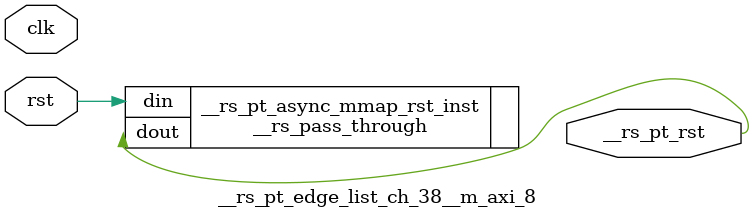
<source format=v>
`timescale 1 ns / 1 ps
/**   Generated by RapidStream   **/
module __rs_pt_edge_list_ch_38__m_axi_8 #(
    parameter BufferSize         = 32,
    parameter BufferSizeLog      = 5,
    parameter AddrWidth          = 64,
    parameter AxiSideAddrWidth   = 64,
    parameter DataWidth          = 512,
    parameter DataWidthBytesLog  = 6,
    parameter WaitTimeWidth      = 4,
    parameter BurstLenWidth      = 8,
    parameter EnableReadChannel  = 1,
    parameter EnableWriteChannel = 1,
    parameter MaxWaitTime        = 3,
    parameter MaxBurstLen        = 15
) (
    output wire __rs_pt_rst,
    input wire  clk,
    input wire  rst
);




__rs_pass_through #(
    .WIDTH (1)
) __rs_pt_async_mmap_rst_inst /**   Generated by RapidStream   **/ (
    .din  (rst),
    .dout (__rs_pt_rst)
);

endmodule  // __rs_pt_edge_list_ch_38__m_axi_8
</source>
